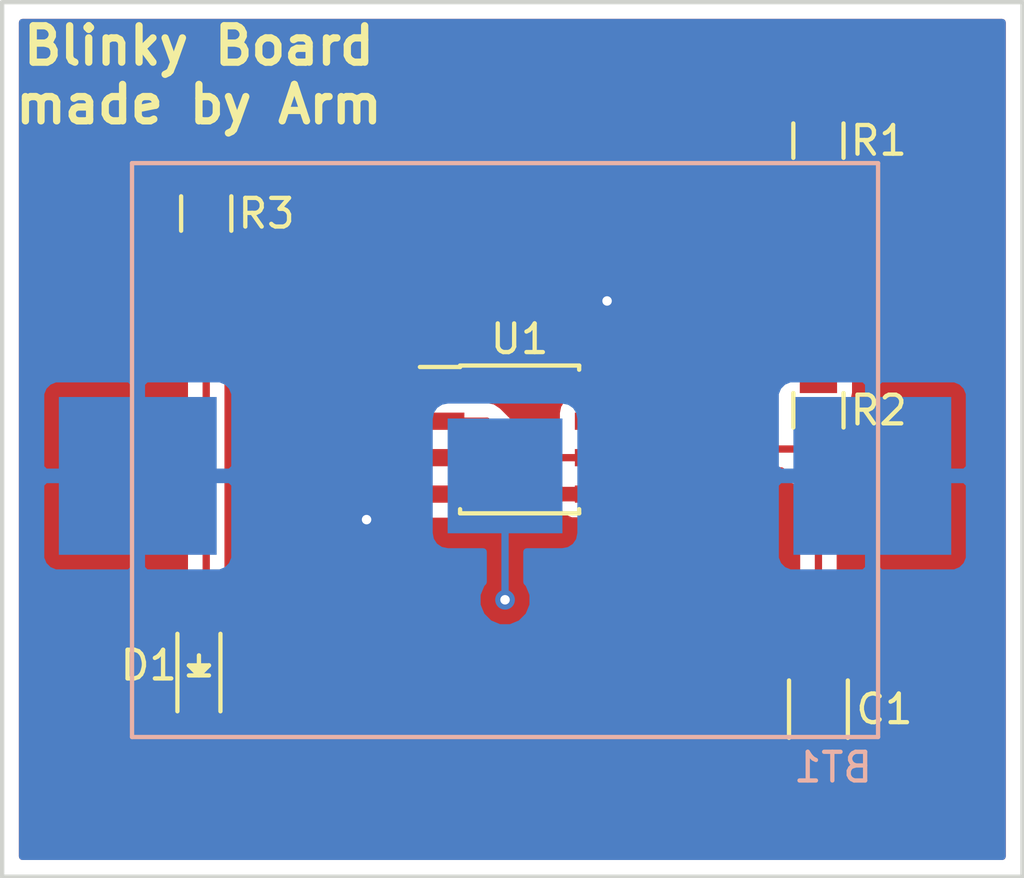
<source format=kicad_pcb>
(kicad_pcb (version 4) (host pcbnew 4.0.1-stable)

  (general
    (links 15)
    (no_connects 0)
    (area 153.594999 82.474999 189.305001 113.105001)
    (thickness 1.6)
    (drawings 5)
    (tracks 33)
    (zones 0)
    (modules 7)
    (nets 7)
  )

  (page A4)
  (layers
    (0 F.Cu signal)
    (31 B.Cu signal)
    (32 B.Adhes user)
    (33 F.Adhes user)
    (34 B.Paste user)
    (35 F.Paste user)
    (36 B.SilkS user)
    (37 F.SilkS user)
    (38 B.Mask user)
    (39 F.Mask user)
    (40 Dwgs.User user)
    (41 Cmts.User user)
    (42 Eco1.User user)
    (43 Eco2.User user)
    (44 Edge.Cuts user)
    (45 Margin user)
    (46 B.CrtYd user)
    (47 F.CrtYd user)
    (48 B.Fab user)
    (49 F.Fab user)
  )

  (setup
    (last_trace_width 0.254)
    (trace_clearance 0.254)
    (zone_clearance 0.508)
    (zone_45_only no)
    (trace_min 0.1524)
    (segment_width 0.2)
    (edge_width 0.15)
    (via_size 0.6858)
    (via_drill 0.3302)
    (via_min_size 0.6858)
    (via_min_drill 0.3302)
    (uvia_size 0.3)
    (uvia_drill 0.1)
    (uvias_allowed no)
    (uvia_min_size 0.2)
    (uvia_min_drill 0.1)
    (pcb_text_width 0.3)
    (pcb_text_size 1.5 1.5)
    (mod_edge_width 0.15)
    (mod_text_size 1 1)
    (mod_text_width 0.15)
    (pad_size 1.524 1.524)
    (pad_drill 0.762)
    (pad_to_mask_clearance 0.2)
    (aux_axis_origin 0 0)
    (visible_elements FFFFFF7F)
    (pcbplotparams
      (layerselection 0x010f0_80000001)
      (usegerberextensions false)
      (excludeedgelayer true)
      (linewidth 0.100000)
      (plotframeref false)
      (viasonmask false)
      (mode 1)
      (useauxorigin false)
      (hpglpennumber 1)
      (hpglpenspeed 20)
      (hpglpendiameter 15)
      (hpglpenoverlay 2)
      (psnegative false)
      (psa4output false)
      (plotreference true)
      (plotvalue false)
      (plotinvisibletext false)
      (padsonsilk false)
      (subtractmaskfromsilk true)
      (outputformat 1)
      (mirror false)
      (drillshape 0)
      (scaleselection 1)
      (outputdirectory Gerber/))
  )

  (net 0 "")
  (net 1 "Net-(C1-Pad1)")
  (net 2 GND)
  (net 3 "Net-(D1-Pad2)")
  (net 4 /VDD)
  (net 5 "Net-(R1-Pad2)")
  (net 6 "Net-(R3-Pad1)")

  (net_class Default "This is the default net class."
    (clearance 0.254)
    (trace_width 0.254)
    (via_dia 0.6858)
    (via_drill 0.3302)
    (uvia_dia 0.3)
    (uvia_drill 0.1)
    (add_net /VDD)
    (add_net GND)
    (add_net "Net-(C1-Pad1)")
    (add_net "Net-(D1-Pad2)")
    (add_net "Net-(R1-Pad2)")
    (add_net "Net-(R3-Pad1)")
  )

  (module Capacitors_SMD:C_1206_HandSoldering (layer F.Cu) (tedit 58A02699) (tstamp 58A00AF0)
    (at 182.118 107.188 270)
    (descr "Capacitor SMD 1206, hand soldering")
    (tags "capacitor 1206")
    (path /58A00262)
    (attr smd)
    (fp_text reference C1 (at 0 -2.3 360) (layer F.SilkS)
      (effects (font (size 1 1) (thickness 0.15)))
    )
    (fp_text value 1uF (at 0 2.3 270) (layer F.Fab)
      (effects (font (size 1 1) (thickness 0.15)))
    )
    (fp_line (start -3.3 -1.15) (end 3.3 -1.15) (layer F.CrtYd) (width 0.05))
    (fp_line (start -3.3 1.15) (end 3.3 1.15) (layer F.CrtYd) (width 0.05))
    (fp_line (start -3.3 -1.15) (end -3.3 1.15) (layer F.CrtYd) (width 0.05))
    (fp_line (start 3.3 -1.15) (end 3.3 1.15) (layer F.CrtYd) (width 0.05))
    (fp_line (start 1 -1.025) (end -1 -1.025) (layer F.SilkS) (width 0.15))
    (fp_line (start -1 1.025) (end 1 1.025) (layer F.SilkS) (width 0.15))
    (pad 1 smd rect (at -2 0 270) (size 2 1.6) (layers F.Cu F.Paste F.Mask)
      (net 1 "Net-(C1-Pad1)"))
    (pad 2 smd rect (at 2 0 270) (size 2 1.6) (layers F.Cu F.Paste F.Mask)
      (net 2 GND))
    (model Capacitors_SMD.3dshapes/C_1206_HandSoldering.wrl
      (at (xyz 0 0 0))
      (scale (xyz 1 1 1))
      (rotate (xyz 0 0 0))
    )
  )

  (module LEDs:LED_0805 (layer F.Cu) (tedit 58A0269C) (tstamp 58A00AF6)
    (at 160.528 105.664 90)
    (descr "LED 0805 smd package")
    (tags "LED 0805 SMD")
    (path /58A002E5)
    (attr smd)
    (fp_text reference D1 (at 0 -1.75 180) (layer F.SilkS)
      (effects (font (size 1 1) (thickness 0.15)))
    )
    (fp_text value LED (at 0 1.75 90) (layer F.Fab)
      (effects (font (size 1 1) (thickness 0.15)))
    )
    (fp_line (start -0.4 -0.3) (end -0.4 0.3) (layer F.Fab) (width 0.15))
    (fp_line (start -0.3 0) (end 0 -0.3) (layer F.Fab) (width 0.15))
    (fp_line (start 0 0.3) (end -0.3 0) (layer F.Fab) (width 0.15))
    (fp_line (start 0 -0.3) (end 0 0.3) (layer F.Fab) (width 0.15))
    (fp_line (start 1 -0.6) (end -1 -0.6) (layer F.Fab) (width 0.15))
    (fp_line (start 1 0.6) (end 1 -0.6) (layer F.Fab) (width 0.15))
    (fp_line (start -1 0.6) (end 1 0.6) (layer F.Fab) (width 0.15))
    (fp_line (start -1 -0.6) (end -1 0.6) (layer F.Fab) (width 0.15))
    (fp_line (start -1.6 0.75) (end 1.1 0.75) (layer F.SilkS) (width 0.15))
    (fp_line (start -1.6 -0.75) (end 1.1 -0.75) (layer F.SilkS) (width 0.15))
    (fp_line (start -0.1 0.15) (end -0.1 -0.1) (layer F.SilkS) (width 0.15))
    (fp_line (start -0.1 -0.1) (end -0.25 0.05) (layer F.SilkS) (width 0.15))
    (fp_line (start -0.35 -0.35) (end -0.35 0.35) (layer F.SilkS) (width 0.15))
    (fp_line (start 0 0) (end 0.35 0) (layer F.SilkS) (width 0.15))
    (fp_line (start -0.35 0) (end 0 -0.35) (layer F.SilkS) (width 0.15))
    (fp_line (start 0 -0.35) (end 0 0.35) (layer F.SilkS) (width 0.15))
    (fp_line (start 0 0.35) (end -0.35 0) (layer F.SilkS) (width 0.15))
    (fp_line (start 1.9 -0.95) (end 1.9 0.95) (layer F.CrtYd) (width 0.05))
    (fp_line (start 1.9 0.95) (end -1.9 0.95) (layer F.CrtYd) (width 0.05))
    (fp_line (start -1.9 0.95) (end -1.9 -0.95) (layer F.CrtYd) (width 0.05))
    (fp_line (start -1.9 -0.95) (end 1.9 -0.95) (layer F.CrtYd) (width 0.05))
    (pad 2 smd rect (at 1.04902 0 270) (size 1.19888 1.19888) (layers F.Cu F.Paste F.Mask)
      (net 3 "Net-(D1-Pad2)"))
    (pad 1 smd rect (at -1.04902 0 270) (size 1.19888 1.19888) (layers F.Cu F.Paste F.Mask)
      (net 2 GND))
    (model LEDs.3dshapes/LED_0805.wrl
      (at (xyz 0 0 0))
      (scale (xyz 1 1 1))
      (rotate (xyz 0 0 0))
    )
  )

  (module Resistors_SMD:R_0805_HandSoldering (layer F.Cu) (tedit 58A02695) (tstamp 58A00AFC)
    (at 182.118 87.376 270)
    (descr "Resistor SMD 0805, hand soldering")
    (tags "resistor 0805")
    (path /58A001B3)
    (attr smd)
    (fp_text reference R1 (at 0 -2.1 360) (layer F.SilkS)
      (effects (font (size 1 1) (thickness 0.15)))
    )
    (fp_text value 1K (at 0 2.1 270) (layer F.Fab)
      (effects (font (size 1 1) (thickness 0.15)))
    )
    (fp_line (start -2.4 -1) (end 2.4 -1) (layer F.CrtYd) (width 0.05))
    (fp_line (start -2.4 1) (end 2.4 1) (layer F.CrtYd) (width 0.05))
    (fp_line (start -2.4 -1) (end -2.4 1) (layer F.CrtYd) (width 0.05))
    (fp_line (start 2.4 -1) (end 2.4 1) (layer F.CrtYd) (width 0.05))
    (fp_line (start 0.6 0.875) (end -0.6 0.875) (layer F.SilkS) (width 0.15))
    (fp_line (start -0.6 -0.875) (end 0.6 -0.875) (layer F.SilkS) (width 0.15))
    (pad 1 smd rect (at -1.35 0 270) (size 1.5 1.3) (layers F.Cu F.Paste F.Mask)
      (net 4 /VDD))
    (pad 2 smd rect (at 1.35 0 270) (size 1.5 1.3) (layers F.Cu F.Paste F.Mask)
      (net 5 "Net-(R1-Pad2)"))
    (model Resistors_SMD.3dshapes/R_0805_HandSoldering.wrl
      (at (xyz 0 0 0))
      (scale (xyz 1 1 1))
      (rotate (xyz 0 0 0))
    )
  )

  (module Resistors_SMD:R_0805_HandSoldering (layer F.Cu) (tedit 58A02693) (tstamp 58A00B02)
    (at 182.118 96.774 270)
    (descr "Resistor SMD 0805, hand soldering")
    (tags "resistor 0805")
    (path /58A00239)
    (attr smd)
    (fp_text reference R2 (at 0 -2.1 360) (layer F.SilkS)
      (effects (font (size 1 1) (thickness 0.15)))
    )
    (fp_text value 470L (at 0 2.1 270) (layer F.Fab)
      (effects (font (size 1 1) (thickness 0.15)))
    )
    (fp_line (start -2.4 -1) (end 2.4 -1) (layer F.CrtYd) (width 0.05))
    (fp_line (start -2.4 1) (end 2.4 1) (layer F.CrtYd) (width 0.05))
    (fp_line (start -2.4 -1) (end -2.4 1) (layer F.CrtYd) (width 0.05))
    (fp_line (start 2.4 -1) (end 2.4 1) (layer F.CrtYd) (width 0.05))
    (fp_line (start 0.6 0.875) (end -0.6 0.875) (layer F.SilkS) (width 0.15))
    (fp_line (start -0.6 -0.875) (end 0.6 -0.875) (layer F.SilkS) (width 0.15))
    (pad 1 smd rect (at -1.35 0 270) (size 1.5 1.3) (layers F.Cu F.Paste F.Mask)
      (net 5 "Net-(R1-Pad2)"))
    (pad 2 smd rect (at 1.35 0 270) (size 1.5 1.3) (layers F.Cu F.Paste F.Mask)
      (net 1 "Net-(C1-Pad1)"))
    (model Resistors_SMD.3dshapes/R_0805_HandSoldering.wrl
      (at (xyz 0 0 0))
      (scale (xyz 1 1 1))
      (rotate (xyz 0 0 0))
    )
  )

  (module Resistors_SMD:R_0805_HandSoldering (layer F.Cu) (tedit 58A02688) (tstamp 58A00B08)
    (at 160.782 89.916 270)
    (descr "Resistor SMD 0805, hand soldering")
    (tags "resistor 0805")
    (path /58A0029C)
    (attr smd)
    (fp_text reference R3 (at 0 -2.1 360) (layer F.SilkS)
      (effects (font (size 1 1) (thickness 0.15)))
    )
    (fp_text value 1K (at 0 2.1 270) (layer F.Fab)
      (effects (font (size 1 1) (thickness 0.15)))
    )
    (fp_line (start -2.4 -1) (end 2.4 -1) (layer F.CrtYd) (width 0.05))
    (fp_line (start -2.4 1) (end 2.4 1) (layer F.CrtYd) (width 0.05))
    (fp_line (start -2.4 -1) (end -2.4 1) (layer F.CrtYd) (width 0.05))
    (fp_line (start 2.4 -1) (end 2.4 1) (layer F.CrtYd) (width 0.05))
    (fp_line (start 0.6 0.875) (end -0.6 0.875) (layer F.SilkS) (width 0.15))
    (fp_line (start -0.6 -0.875) (end 0.6 -0.875) (layer F.SilkS) (width 0.15))
    (pad 1 smd rect (at -1.35 0 270) (size 1.5 1.3) (layers F.Cu F.Paste F.Mask)
      (net 6 "Net-(R3-Pad1)"))
    (pad 2 smd rect (at 1.35 0 270) (size 1.5 1.3) (layers F.Cu F.Paste F.Mask)
      (net 3 "Net-(D1-Pad2)"))
    (model Resistors_SMD.3dshapes/R_0805_HandSoldering.wrl
      (at (xyz 0 0 0))
      (scale (xyz 1 1 1))
      (rotate (xyz 0 0 0))
    )
  )

  (module Housings_SOIC:SOIC-8_3.9x4.9mm_Pitch1.27mm (layer F.Cu) (tedit 54130A77) (tstamp 58A00B14)
    (at 171.704 97.79)
    (descr "8-Lead Plastic Small Outline (SN) - Narrow, 3.90 mm Body [SOIC] (see Microchip Packaging Specification 00000049BS.pdf)")
    (tags "SOIC 1.27")
    (path /58A0013E)
    (attr smd)
    (fp_text reference U1 (at 0 -3.5) (layer F.SilkS)
      (effects (font (size 1 1) (thickness 0.15)))
    )
    (fp_text value 7555 (at 0 3.5) (layer F.Fab)
      (effects (font (size 1 1) (thickness 0.15)))
    )
    (fp_circle (center -1.5 -2) (end -1.75 -2) (layer F.Fab) (width 0.15))
    (fp_line (start -1.95 -2.45) (end -1.95 2.45) (layer F.Fab) (width 0.15))
    (fp_line (start 1.95 -2.45) (end -1.95 -2.45) (layer F.Fab) (width 0.15))
    (fp_line (start 1.95 2.45) (end 1.95 -2.45) (layer F.Fab) (width 0.15))
    (fp_line (start -1.95 2.45) (end 1.95 2.45) (layer F.Fab) (width 0.15))
    (fp_line (start -3.75 -2.75) (end -3.75 2.75) (layer F.CrtYd) (width 0.05))
    (fp_line (start 3.75 -2.75) (end 3.75 2.75) (layer F.CrtYd) (width 0.05))
    (fp_line (start -3.75 -2.75) (end 3.75 -2.75) (layer F.CrtYd) (width 0.05))
    (fp_line (start -3.75 2.75) (end 3.75 2.75) (layer F.CrtYd) (width 0.05))
    (fp_line (start -2.075 -2.575) (end -2.075 -2.525) (layer F.SilkS) (width 0.15))
    (fp_line (start 2.075 -2.575) (end 2.075 -2.43) (layer F.SilkS) (width 0.15))
    (fp_line (start 2.075 2.575) (end 2.075 2.43) (layer F.SilkS) (width 0.15))
    (fp_line (start -2.075 2.575) (end -2.075 2.43) (layer F.SilkS) (width 0.15))
    (fp_line (start -2.075 -2.575) (end 2.075 -2.575) (layer F.SilkS) (width 0.15))
    (fp_line (start -2.075 2.575) (end 2.075 2.575) (layer F.SilkS) (width 0.15))
    (fp_line (start -2.075 -2.525) (end -3.475 -2.525) (layer F.SilkS) (width 0.15))
    (pad 1 smd rect (at -2.7 -1.905) (size 1.55 0.6) (layers F.Cu F.Paste F.Mask)
      (net 2 GND))
    (pad 2 smd rect (at -2.7 -0.635) (size 1.55 0.6) (layers F.Cu F.Paste F.Mask)
      (net 1 "Net-(C1-Pad1)"))
    (pad 3 smd rect (at -2.7 0.635) (size 1.55 0.6) (layers F.Cu F.Paste F.Mask)
      (net 6 "Net-(R3-Pad1)"))
    (pad 4 smd rect (at -2.7 1.905) (size 1.55 0.6) (layers F.Cu F.Paste F.Mask)
      (net 4 /VDD))
    (pad 5 smd rect (at 2.7 1.905) (size 1.55 0.6) (layers F.Cu F.Paste F.Mask)
      (net 2 GND))
    (pad 6 smd rect (at 2.7 0.635) (size 1.55 0.6) (layers F.Cu F.Paste F.Mask)
      (net 1 "Net-(C1-Pad1)"))
    (pad 7 smd rect (at 2.7 -0.635) (size 1.55 0.6) (layers F.Cu F.Paste F.Mask)
      (net 5 "Net-(R1-Pad2)"))
    (pad 8 smd rect (at 2.7 -1.905) (size 1.55 0.6) (layers F.Cu F.Paste F.Mask)
      (net 4 /VDD))
    (model Housings_SOIC.3dshapes/SOIC-8_3.9x4.9mm_Pitch1.27mm.wrl
      (at (xyz 0 0 0))
      (scale (xyz 1 1 1))
      (rotate (xyz 0 0 0))
    )
  )

  (module GTB:S8211R (layer B.Cu) (tedit 58A012D3) (tstamp 58A01318)
    (at 171.196 99.06)
    (path /58A00B0B)
    (fp_text reference BT1 (at 11.43 10.16) (layer B.SilkS)
      (effects (font (size 1 1) (thickness 0.15)) (justify mirror))
    )
    (fp_text value Battery (at -10.16 10.16) (layer B.Fab)
      (effects (font (size 1 1) (thickness 0.15)) (justify mirror))
    )
    (fp_line (start -13 -10.9) (end 13 -10.9) (layer B.SilkS) (width 0.15))
    (fp_line (start -13 9.1) (end 13 9.1) (layer B.SilkS) (width 0.15))
    (fp_line (start 13 9.1) (end 13 -10.9) (layer B.SilkS) (width 0.15))
    (fp_line (start -13 -10.9) (end -13 9.1) (layer B.SilkS) (width 0.15))
    (pad 1 smd rect (at 12.8 0) (size 5.5 5.5) (layers B.Cu B.Paste B.Mask)
      (net 4 /VDD))
    (pad 2 smd rect (at 0 0) (size 4 4) (layers B.Cu B.Paste B.Mask)
      (net 2 GND))
    (pad 1 smd rect (at -12.8 0) (size 5.5 5.5) (layers B.Cu B.Paste B.Mask)
      (net 4 /VDD))
  )

  (gr_text "Blinky Board\nmade by Arm" (at 160.528 85.09) (layer F.SilkS)
    (effects (font (size 1.27 1.27) (thickness 0.254)))
  )
  (gr_line (start 189.23 82.55) (end 153.67 82.55) (angle 90) (layer Edge.Cuts) (width 0.15))
  (gr_line (start 189.23 113.03) (end 189.23 82.55) (angle 90) (layer Edge.Cuts) (width 0.15))
  (gr_line (start 153.67 113.03) (end 189.23 113.03) (angle 90) (layer Edge.Cuts) (width 0.15))
  (gr_line (start 153.67 82.55) (end 153.67 113.03) (angle 90) (layer Edge.Cuts) (width 0.15))

  (segment (start 182.118 98.124) (end 179.752 98.124) (width 0.254) (layer F.Cu) (net 1))
  (segment (start 179.451 98.425) (end 174.404 98.425) (width 0.254) (layer F.Cu) (net 1) (tstamp 58A024FD))
  (segment (start 179.752 98.124) (end 179.451 98.425) (width 0.254) (layer F.Cu) (net 1) (tstamp 58A024F5))
  (segment (start 169.004 97.155) (end 170.561 97.155) (width 0.254) (layer F.Cu) (net 1))
  (segment (start 170.561 97.155) (end 171.831 98.425) (width 0.254) (layer F.Cu) (net 1) (tstamp 58A024DB))
  (segment (start 171.831 98.425) (end 174.404 98.425) (width 0.254) (layer F.Cu) (net 1) (tstamp 58A024DE))
  (segment (start 182.118 98.124) (end 182.118 104.934) (width 0.254) (layer F.Cu) (net 1))
  (segment (start 182.118 104.934) (end 182.372 105.188) (width 0.254) (layer F.Cu) (net 1) (tstamp 58A01875))
  (segment (start 171.196 99.06) (end 171.196 103.378) (width 0.254) (layer B.Cu) (net 2))
  (via (at 171.196 103.378) (size 0.6858) (drill 0.3302) (layers F.Cu B.Cu) (net 2))
  (segment (start 160.782 91.266) (end 160.782 104.36098) (width 0.254) (layer F.Cu) (net 3))
  (segment (start 160.782 104.36098) (end 160.528 104.61498) (width 0.254) (layer F.Cu) (net 3) (tstamp 58A017FC))
  (segment (start 169.004 99.695) (end 167.259 99.695) (width 0.254) (layer F.Cu) (net 4))
  (via (at 166.37 100.584) (size 0.6858) (drill 0.3302) (layers F.Cu B.Cu) (net 4))
  (segment (start 167.259 99.695) (end 166.37 100.584) (width 0.254) (layer F.Cu) (net 4) (tstamp 58A02464))
  (segment (start 174.404 95.885) (end 174.404 93.312) (width 0.254) (layer F.Cu) (net 4))
  (via (at 174.752 92.964) (size 0.6858) (drill 0.3302) (layers F.Cu B.Cu) (net 4))
  (segment (start 174.404 93.312) (end 174.752 92.964) (width 0.254) (layer F.Cu) (net 4) (tstamp 58A02444))
  (segment (start 174.404 95.885) (end 176.657 95.885) (width 0.254) (layer F.Cu) (net 4))
  (segment (start 179.832 86.106) (end 182.038 86.106) (width 0.254) (layer F.Cu) (net 4) (tstamp 58A0176D))
  (segment (start 179.324 86.614) (end 179.832 86.106) (width 0.254) (layer F.Cu) (net 4) (tstamp 58A01769))
  (segment (start 179.324 93.218) (end 179.324 86.614) (width 0.254) (layer F.Cu) (net 4) (tstamp 58A01767))
  (segment (start 176.657 95.885) (end 179.324 93.218) (width 0.254) (layer F.Cu) (net 4) (tstamp 58A01764))
  (segment (start 182.038 86.106) (end 182.118 86.026) (width 0.254) (layer F.Cu) (net 4) (tstamp 58A0176F))
  (segment (start 182.118 95.424) (end 179.912 95.424) (width 0.254) (layer F.Cu) (net 5))
  (segment (start 178.181 97.155) (end 174.404 97.155) (width 0.254) (layer F.Cu) (net 5) (tstamp 58A017C0))
  (segment (start 179.912 95.424) (end 178.181 97.155) (width 0.254) (layer F.Cu) (net 5) (tstamp 58A017BC))
  (segment (start 182.118 88.726) (end 182.118 95.424) (width 0.254) (layer F.Cu) (net 5))
  (segment (start 169.004 98.425) (end 166.751 98.425) (width 0.254) (layer F.Cu) (net 6))
  (segment (start 163.242 88.566) (end 160.782 88.566) (width 0.254) (layer F.Cu) (net 6) (tstamp 58A017F8))
  (segment (start 164.846 90.17) (end 163.242 88.566) (width 0.254) (layer F.Cu) (net 6) (tstamp 58A017F6))
  (segment (start 164.846 96.52) (end 164.846 90.17) (width 0.254) (layer F.Cu) (net 6) (tstamp 58A017F4))
  (segment (start 166.751 98.425) (end 164.846 96.52) (width 0.254) (layer F.Cu) (net 6) (tstamp 58A017F2))

  (zone (net 2) (net_name GND) (layer F.Cu) (tstamp 58A01934) (hatch edge 0.508)
    (connect_pads (clearance 0.508))
    (min_thickness 0.254)
    (fill yes (arc_segments 16) (thermal_gap 0.508) (thermal_bridge_width 0.508))
    (polygon
      (pts
        (xy 188.976 112.776) (xy 153.924 112.776) (xy 153.924 82.804) (xy 188.976 82.804) (xy 188.976 112.776)
      )
    )
    (filled_polygon
      (pts
        (xy 188.52 112.32) (xy 154.38 112.32) (xy 154.38 109.47375) (xy 180.683 109.47375) (xy 180.683 110.314309)
        (xy 180.779673 110.547698) (xy 180.958301 110.726327) (xy 181.19169 110.823) (xy 181.83225 110.823) (xy 181.991 110.66425)
        (xy 181.991 109.315) (xy 182.245 109.315) (xy 182.245 110.66425) (xy 182.40375 110.823) (xy 183.04431 110.823)
        (xy 183.277699 110.726327) (xy 183.456327 110.547698) (xy 183.553 110.314309) (xy 183.553 109.47375) (xy 183.39425 109.315)
        (xy 182.245 109.315) (xy 181.991 109.315) (xy 180.84175 109.315) (xy 180.683 109.47375) (xy 154.38 109.47375)
        (xy 154.38 108.061691) (xy 180.683 108.061691) (xy 180.683 108.90225) (xy 180.84175 109.061) (xy 181.991 109.061)
        (xy 181.991 107.71175) (xy 182.245 107.71175) (xy 182.245 109.061) (xy 183.39425 109.061) (xy 183.553 108.90225)
        (xy 183.553 108.061691) (xy 183.456327 107.828302) (xy 183.277699 107.649673) (xy 183.04431 107.553) (xy 182.40375 107.553)
        (xy 182.245 107.71175) (xy 181.991 107.71175) (xy 181.83225 107.553) (xy 181.19169 107.553) (xy 180.958301 107.649673)
        (xy 180.779673 107.828302) (xy 180.683 108.061691) (xy 154.38 108.061691) (xy 154.38 106.99877) (xy 159.29356 106.99877)
        (xy 159.29356 107.438769) (xy 159.390233 107.672158) (xy 159.568861 107.850787) (xy 159.80225 107.94746) (xy 160.24225 107.94746)
        (xy 160.401 107.78871) (xy 160.401 106.84002) (xy 160.655 106.84002) (xy 160.655 107.78871) (xy 160.81375 107.94746)
        (xy 161.25375 107.94746) (xy 161.487139 107.850787) (xy 161.665767 107.672158) (xy 161.76244 107.438769) (xy 161.76244 106.99877)
        (xy 161.60369 106.84002) (xy 160.655 106.84002) (xy 160.401 106.84002) (xy 159.45231 106.84002) (xy 159.29356 106.99877)
        (xy 154.38 106.99877) (xy 154.38 104.01554) (xy 159.28112 104.01554) (xy 159.28112 105.21442) (xy 159.325398 105.449737)
        (xy 159.46447 105.665861) (xy 159.472659 105.671456) (xy 159.390233 105.753882) (xy 159.29356 105.987271) (xy 159.29356 106.42727)
        (xy 159.45231 106.58602) (xy 160.401 106.58602) (xy 160.401 106.56602) (xy 160.655 106.56602) (xy 160.655 106.58602)
        (xy 161.60369 106.58602) (xy 161.76244 106.42727) (xy 161.76244 105.987271) (xy 161.665767 105.753882) (xy 161.583555 105.671669)
        (xy 161.723871 105.46631) (xy 161.77488 105.21442) (xy 161.77488 104.01554) (xy 161.730602 103.780223) (xy 161.59153 103.564099)
        (xy 161.544 103.531623) (xy 161.544 92.642366) (xy 161.667317 92.619162) (xy 161.883441 92.48009) (xy 162.028431 92.26789)
        (xy 162.07944 92.016) (xy 162.07944 90.516) (xy 162.035162 90.280683) (xy 161.89609 90.064559) (xy 161.68389 89.919569)
        (xy 161.670803 89.916919) (xy 161.883441 89.78009) (xy 162.028431 89.56789) (xy 162.07701 89.328) (xy 162.92637 89.328)
        (xy 164.084 90.485631) (xy 164.084 96.52) (xy 164.142004 96.811605) (xy 164.307185 97.058815) (xy 166.212185 98.963815)
        (xy 166.459395 99.128996) (xy 166.699595 99.176775) (xy 166.270357 99.606013) (xy 166.176337 99.605931) (xy 165.816788 99.754493)
        (xy 165.54146 100.029341) (xy 165.39227 100.38863) (xy 165.391931 100.777663) (xy 165.540493 101.137212) (xy 165.815341 101.41254)
        (xy 166.17463 101.56173) (xy 166.563663 101.562069) (xy 166.923212 101.413507) (xy 167.19854 101.138659) (xy 167.34773 100.77937)
        (xy 167.347813 100.683817) (xy 167.57463 100.457) (xy 167.780364 100.457) (xy 167.97711 100.591431) (xy 168.229 100.64244)
        (xy 169.779 100.64244) (xy 170.014317 100.598162) (xy 170.230441 100.45909) (xy 170.375431 100.24689) (xy 170.42644 99.995)
        (xy 170.42644 99.98075) (xy 172.994 99.98075) (xy 172.994 100.12131) (xy 173.090673 100.354699) (xy 173.269302 100.533327)
        (xy 173.502691 100.63) (xy 174.11825 100.63) (xy 174.277 100.47125) (xy 174.277 99.822) (xy 174.531 99.822)
        (xy 174.531 100.47125) (xy 174.68975 100.63) (xy 175.305309 100.63) (xy 175.538698 100.533327) (xy 175.717327 100.354699)
        (xy 175.814 100.12131) (xy 175.814 99.98075) (xy 175.65525 99.822) (xy 174.531 99.822) (xy 174.277 99.822)
        (xy 173.15275 99.822) (xy 172.994 99.98075) (xy 170.42644 99.98075) (xy 170.42644 99.395) (xy 170.382162 99.159683)
        (xy 170.318322 99.060472) (xy 170.375431 98.97689) (xy 170.42644 98.725) (xy 170.42644 98.125) (xy 170.420198 98.091829)
        (xy 171.292184 98.963815) (xy 171.509943 99.109317) (xy 171.539395 99.128996) (xy 171.831 99.187) (xy 173.027837 99.187)
        (xy 172.994 99.26869) (xy 172.994 99.40925) (xy 173.15275 99.568) (xy 174.277 99.568) (xy 174.277 99.548)
        (xy 174.531 99.548) (xy 174.531 99.568) (xy 175.65525 99.568) (xy 175.814 99.40925) (xy 175.814 99.26869)
        (xy 175.780163 99.187) (xy 179.451 99.187) (xy 179.742605 99.128996) (xy 179.989815 98.963815) (xy 180.06763 98.886)
        (xy 180.822818 98.886) (xy 180.864838 99.109317) (xy 181.00391 99.325441) (xy 181.21611 99.470431) (xy 181.356 99.498759)
        (xy 181.356 103.54056) (xy 181.318 103.54056) (xy 181.082683 103.584838) (xy 180.866559 103.72391) (xy 180.721569 103.93611)
        (xy 180.67056 104.188) (xy 180.67056 106.188) (xy 180.714838 106.423317) (xy 180.85391 106.639441) (xy 181.06611 106.784431)
        (xy 181.318 106.83544) (xy 182.918 106.83544) (xy 183.153317 106.791162) (xy 183.369441 106.65209) (xy 183.514431 106.43989)
        (xy 183.56544 106.188) (xy 183.56544 104.188) (xy 183.521162 103.952683) (xy 183.38209 103.736559) (xy 183.16989 103.591569)
        (xy 182.918 103.54056) (xy 182.88 103.54056) (xy 182.88 99.500366) (xy 183.003317 99.477162) (xy 183.219441 99.33809)
        (xy 183.364431 99.12589) (xy 183.41544 98.874) (xy 183.41544 97.374) (xy 183.371162 97.138683) (xy 183.23209 96.922559)
        (xy 183.01989 96.777569) (xy 183.006803 96.774919) (xy 183.219441 96.63809) (xy 183.364431 96.42589) (xy 183.41544 96.174)
        (xy 183.41544 94.674) (xy 183.371162 94.438683) (xy 183.23209 94.222559) (xy 183.01989 94.077569) (xy 182.88 94.049241)
        (xy 182.88 90.102366) (xy 183.003317 90.079162) (xy 183.219441 89.94009) (xy 183.364431 89.72789) (xy 183.41544 89.476)
        (xy 183.41544 87.976) (xy 183.371162 87.740683) (xy 183.23209 87.524559) (xy 183.01989 87.379569) (xy 183.006803 87.376919)
        (xy 183.219441 87.24009) (xy 183.364431 87.02789) (xy 183.41544 86.776) (xy 183.41544 85.276) (xy 183.371162 85.040683)
        (xy 183.23209 84.824559) (xy 183.01989 84.679569) (xy 182.768 84.62856) (xy 181.468 84.62856) (xy 181.232683 84.672838)
        (xy 181.016559 84.81191) (xy 180.871569 85.02411) (xy 180.82056 85.276) (xy 180.82056 85.344) (xy 179.832 85.344)
        (xy 179.540395 85.402004) (xy 179.293184 85.567185) (xy 178.785185 86.075185) (xy 178.620004 86.322395) (xy 178.562 86.614)
        (xy 178.562 92.902369) (xy 176.34137 95.123) (xy 175.627636 95.123) (xy 175.43089 94.988569) (xy 175.179 94.93756)
        (xy 175.166 94.93756) (xy 175.166 93.851028) (xy 175.305212 93.793507) (xy 175.58054 93.518659) (xy 175.72973 93.15937)
        (xy 175.730069 92.770337) (xy 175.581507 92.410788) (xy 175.306659 92.13546) (xy 174.94737 91.98627) (xy 174.558337 91.985931)
        (xy 174.198788 92.134493) (xy 173.92346 92.409341) (xy 173.77427 92.76863) (xy 173.774147 92.909432) (xy 173.700004 93.020395)
        (xy 173.642 93.312) (xy 173.642 94.93756) (xy 173.629 94.93756) (xy 173.393683 94.981838) (xy 173.177559 95.12091)
        (xy 173.032569 95.33311) (xy 172.98156 95.585) (xy 172.98156 96.185) (xy 173.025838 96.420317) (xy 173.089678 96.519528)
        (xy 173.032569 96.60311) (xy 172.98156 96.855) (xy 172.98156 97.455) (xy 173.020698 97.663) (xy 172.146631 97.663)
        (xy 171.099815 96.616185) (xy 170.955864 96.52) (xy 170.852605 96.451004) (xy 170.561 96.393) (xy 170.380163 96.393)
        (xy 170.414 96.31131) (xy 170.414 96.17075) (xy 170.25525 96.012) (xy 169.131 96.012) (xy 169.131 96.032)
        (xy 168.877 96.032) (xy 168.877 96.012) (xy 167.75275 96.012) (xy 167.594 96.17075) (xy 167.594 96.31131)
        (xy 167.683806 96.528122) (xy 167.632569 96.60311) (xy 167.58156 96.855) (xy 167.58156 97.455) (xy 167.620698 97.663)
        (xy 167.06663 97.663) (xy 165.608 96.20437) (xy 165.608 95.45869) (xy 167.594 95.45869) (xy 167.594 95.59925)
        (xy 167.75275 95.758) (xy 168.877 95.758) (xy 168.877 95.10875) (xy 169.131 95.10875) (xy 169.131 95.758)
        (xy 170.25525 95.758) (xy 170.414 95.59925) (xy 170.414 95.45869) (xy 170.317327 95.225301) (xy 170.138698 95.046673)
        (xy 169.905309 94.95) (xy 169.28975 94.95) (xy 169.131 95.10875) (xy 168.877 95.10875) (xy 168.71825 94.95)
        (xy 168.102691 94.95) (xy 167.869302 95.046673) (xy 167.690673 95.225301) (xy 167.594 95.45869) (xy 165.608 95.45869)
        (xy 165.608 90.17) (xy 165.589931 90.079162) (xy 165.549997 89.878396) (xy 165.384816 89.631185) (xy 163.780815 88.027185)
        (xy 163.686252 87.964) (xy 163.533605 87.862004) (xy 163.242 87.804) (xy 162.077182 87.804) (xy 162.035162 87.580683)
        (xy 161.89609 87.364559) (xy 161.68389 87.219569) (xy 161.432 87.16856) (xy 160.132 87.16856) (xy 159.896683 87.212838)
        (xy 159.680559 87.35191) (xy 159.535569 87.56411) (xy 159.48456 87.816) (xy 159.48456 89.316) (xy 159.528838 89.551317)
        (xy 159.66791 89.767441) (xy 159.88011 89.912431) (xy 159.893197 89.915081) (xy 159.680559 90.05191) (xy 159.535569 90.26411)
        (xy 159.48456 90.516) (xy 159.48456 92.016) (xy 159.528838 92.251317) (xy 159.66791 92.467441) (xy 159.88011 92.612431)
        (xy 160.02 92.640759) (xy 160.02 103.3681) (xy 159.92856 103.3681) (xy 159.693243 103.412378) (xy 159.477119 103.55145)
        (xy 159.332129 103.76365) (xy 159.28112 104.01554) (xy 154.38 104.01554) (xy 154.38 83.26) (xy 188.52 83.26)
      )
    )
  )
  (zone (net 4) (net_name /VDD) (layer B.Cu) (tstamp 58A0217C) (hatch edge 0.508)
    (connect_pads (clearance 0.508))
    (min_thickness 0.254)
    (fill yes (arc_segments 16) (thermal_gap 0.508) (thermal_bridge_width 0.508))
    (polygon
      (pts
        (xy 188.976 112.776) (xy 153.924 112.776) (xy 153.924 82.804) (xy 188.976 82.804) (xy 188.976 112.776)
      )
    )
    (filled_polygon
      (pts
        (xy 188.52 112.32) (xy 154.38 112.32) (xy 154.38 99.34575) (xy 155.011 99.34575) (xy 155.011 101.93631)
        (xy 155.107673 102.169699) (xy 155.286302 102.348327) (xy 155.519691 102.445) (xy 158.11025 102.445) (xy 158.269 102.28625)
        (xy 158.269 99.187) (xy 158.523 99.187) (xy 158.523 102.28625) (xy 158.68175 102.445) (xy 161.272309 102.445)
        (xy 161.505698 102.348327) (xy 161.684327 102.169699) (xy 161.781 101.93631) (xy 161.781 99.34575) (xy 161.62225 99.187)
        (xy 158.523 99.187) (xy 158.269 99.187) (xy 155.16975 99.187) (xy 155.011 99.34575) (xy 154.38 99.34575)
        (xy 154.38 96.18369) (xy 155.011 96.18369) (xy 155.011 98.77425) (xy 155.16975 98.933) (xy 158.269 98.933)
        (xy 158.269 95.83375) (xy 158.523 95.83375) (xy 158.523 98.933) (xy 161.62225 98.933) (xy 161.781 98.77425)
        (xy 161.781 97.06) (xy 168.54856 97.06) (xy 168.54856 101.06) (xy 168.592838 101.295317) (xy 168.73191 101.511441)
        (xy 168.94411 101.656431) (xy 169.196 101.70744) (xy 170.434 101.70744) (xy 170.434 102.756917) (xy 170.36746 102.823341)
        (xy 170.21827 103.18263) (xy 170.217931 103.571663) (xy 170.366493 103.931212) (xy 170.641341 104.20654) (xy 171.00063 104.35573)
        (xy 171.389663 104.356069) (xy 171.749212 104.207507) (xy 172.02454 103.932659) (xy 172.17373 103.57337) (xy 172.174069 103.184337)
        (xy 172.025507 102.824788) (xy 171.958 102.757163) (xy 171.958 101.70744) (xy 173.196 101.70744) (xy 173.431317 101.663162)
        (xy 173.647441 101.52409) (xy 173.792431 101.31189) (xy 173.84344 101.06) (xy 173.84344 99.34575) (xy 180.611 99.34575)
        (xy 180.611 101.93631) (xy 180.707673 102.169699) (xy 180.886302 102.348327) (xy 181.119691 102.445) (xy 183.71025 102.445)
        (xy 183.869 102.28625) (xy 183.869 99.187) (xy 184.123 99.187) (xy 184.123 102.28625) (xy 184.28175 102.445)
        (xy 186.872309 102.445) (xy 187.105698 102.348327) (xy 187.284327 102.169699) (xy 187.381 101.93631) (xy 187.381 99.34575)
        (xy 187.22225 99.187) (xy 184.123 99.187) (xy 183.869 99.187) (xy 180.76975 99.187) (xy 180.611 99.34575)
        (xy 173.84344 99.34575) (xy 173.84344 97.06) (xy 173.799162 96.824683) (xy 173.66009 96.608559) (xy 173.44789 96.463569)
        (xy 173.196 96.41256) (xy 169.196 96.41256) (xy 168.960683 96.456838) (xy 168.744559 96.59591) (xy 168.599569 96.80811)
        (xy 168.54856 97.06) (xy 161.781 97.06) (xy 161.781 96.18369) (xy 180.611 96.18369) (xy 180.611 98.77425)
        (xy 180.76975 98.933) (xy 183.869 98.933) (xy 183.869 95.83375) (xy 184.123 95.83375) (xy 184.123 98.933)
        (xy 187.22225 98.933) (xy 187.381 98.77425) (xy 187.381 96.18369) (xy 187.284327 95.950301) (xy 187.105698 95.771673)
        (xy 186.872309 95.675) (xy 184.28175 95.675) (xy 184.123 95.83375) (xy 183.869 95.83375) (xy 183.71025 95.675)
        (xy 181.119691 95.675) (xy 180.886302 95.771673) (xy 180.707673 95.950301) (xy 180.611 96.18369) (xy 161.781 96.18369)
        (xy 161.684327 95.950301) (xy 161.505698 95.771673) (xy 161.272309 95.675) (xy 158.68175 95.675) (xy 158.523 95.83375)
        (xy 158.269 95.83375) (xy 158.11025 95.675) (xy 155.519691 95.675) (xy 155.286302 95.771673) (xy 155.107673 95.950301)
        (xy 155.011 96.18369) (xy 154.38 96.18369) (xy 154.38 83.26) (xy 188.52 83.26)
      )
    )
  )
)

</source>
